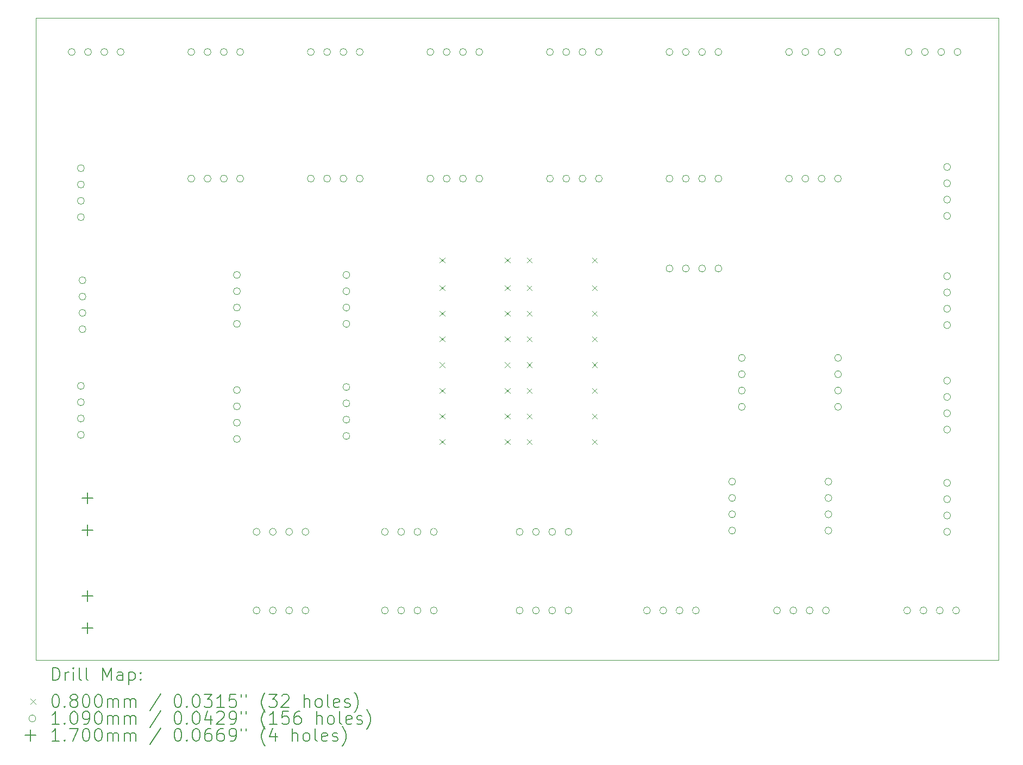
<source format=gbr>
%TF.GenerationSoftware,KiCad,Pcbnew,9.0.0*%
%TF.CreationDate,2025-03-17T11:10:39+01:00*%
%TF.ProjectId,FBG_PCB,4642475f-5043-4422-9e6b-696361645f70,rev?*%
%TF.SameCoordinates,Original*%
%TF.FileFunction,Drillmap*%
%TF.FilePolarity,Positive*%
%FSLAX45Y45*%
G04 Gerber Fmt 4.5, Leading zero omitted, Abs format (unit mm)*
G04 Created by KiCad (PCBNEW 9.0.0) date 2025-03-17 11:10:39*
%MOMM*%
%LPD*%
G01*
G04 APERTURE LIST*
%ADD10C,0.038100*%
%ADD11C,0.200000*%
%ADD12C,0.100000*%
%ADD13C,0.109000*%
%ADD14C,0.170000*%
G04 APERTURE END LIST*
D10*
X23000000Y20000000D02*
X38000000Y20000000D01*
X38000000Y10000000D01*
X23000000Y10000000D01*
X23000000Y20000000D01*
D11*
D12*
X29290000Y16270000D02*
X29370000Y16190000D01*
X29370000Y16270000D02*
X29290000Y16190000D01*
X29290000Y15840000D02*
X29370000Y15760000D01*
X29370000Y15840000D02*
X29290000Y15760000D01*
X29290000Y15440000D02*
X29370000Y15360000D01*
X29370000Y15440000D02*
X29290000Y15360000D01*
X29290000Y15040000D02*
X29370000Y14960000D01*
X29370000Y15040000D02*
X29290000Y14960000D01*
X29290000Y14640000D02*
X29370000Y14560000D01*
X29370000Y14640000D02*
X29290000Y14560000D01*
X29290000Y14240000D02*
X29370000Y14160000D01*
X29370000Y14240000D02*
X29290000Y14160000D01*
X29290000Y13840000D02*
X29370000Y13760000D01*
X29370000Y13840000D02*
X29290000Y13760000D01*
X29290000Y13440000D02*
X29370000Y13360000D01*
X29370000Y13440000D02*
X29290000Y13360000D01*
X30306000Y16270000D02*
X30386000Y16190000D01*
X30386000Y16270000D02*
X30306000Y16190000D01*
X30306000Y15840000D02*
X30386000Y15760000D01*
X30386000Y15840000D02*
X30306000Y15760000D01*
X30306000Y15440000D02*
X30386000Y15360000D01*
X30386000Y15440000D02*
X30306000Y15360000D01*
X30306000Y15040000D02*
X30386000Y14960000D01*
X30386000Y15040000D02*
X30306000Y14960000D01*
X30306000Y14640000D02*
X30386000Y14560000D01*
X30386000Y14640000D02*
X30306000Y14560000D01*
X30306000Y14240000D02*
X30386000Y14160000D01*
X30386000Y14240000D02*
X30306000Y14160000D01*
X30306000Y13840000D02*
X30386000Y13760000D01*
X30386000Y13840000D02*
X30306000Y13760000D01*
X30306000Y13440000D02*
X30386000Y13360000D01*
X30386000Y13440000D02*
X30306000Y13360000D01*
X30649000Y16270000D02*
X30729000Y16190000D01*
X30729000Y16270000D02*
X30649000Y16190000D01*
X30649000Y15840000D02*
X30729000Y15760000D01*
X30729000Y15840000D02*
X30649000Y15760000D01*
X30649000Y15440000D02*
X30729000Y15360000D01*
X30729000Y15440000D02*
X30649000Y15360000D01*
X30649000Y15040000D02*
X30729000Y14960000D01*
X30729000Y15040000D02*
X30649000Y14960000D01*
X30649000Y14640000D02*
X30729000Y14560000D01*
X30729000Y14640000D02*
X30649000Y14560000D01*
X30649000Y14240000D02*
X30729000Y14160000D01*
X30729000Y14240000D02*
X30649000Y14160000D01*
X30649000Y13840000D02*
X30729000Y13760000D01*
X30729000Y13840000D02*
X30649000Y13760000D01*
X30649000Y13440000D02*
X30729000Y13360000D01*
X30729000Y13440000D02*
X30649000Y13360000D01*
X31665000Y16270000D02*
X31745000Y16190000D01*
X31745000Y16270000D02*
X31665000Y16190000D01*
X31665000Y15840000D02*
X31745000Y15760000D01*
X31745000Y15840000D02*
X31665000Y15760000D01*
X31665000Y15440000D02*
X31745000Y15360000D01*
X31745000Y15440000D02*
X31665000Y15360000D01*
X31665000Y15040000D02*
X31745000Y14960000D01*
X31745000Y15040000D02*
X31665000Y14960000D01*
X31665000Y14640000D02*
X31745000Y14560000D01*
X31745000Y14640000D02*
X31665000Y14560000D01*
X31665000Y14240000D02*
X31745000Y14160000D01*
X31745000Y14240000D02*
X31665000Y14160000D01*
X31665000Y13840000D02*
X31745000Y13760000D01*
X31745000Y13840000D02*
X31665000Y13760000D01*
X31665000Y13440000D02*
X31745000Y13360000D01*
X31745000Y13440000D02*
X31665000Y13360000D01*
D13*
X23611500Y19471467D02*
G75*
G02*
X23502500Y19471467I-54500J0D01*
G01*
X23502500Y19471467D02*
G75*
G02*
X23611500Y19471467I54500J0D01*
G01*
X23754500Y17662000D02*
G75*
G02*
X23645500Y17662000I-54500J0D01*
G01*
X23645500Y17662000D02*
G75*
G02*
X23754500Y17662000I54500J0D01*
G01*
X23754500Y17408000D02*
G75*
G02*
X23645500Y17408000I-54500J0D01*
G01*
X23645500Y17408000D02*
G75*
G02*
X23754500Y17408000I54500J0D01*
G01*
X23754500Y17154000D02*
G75*
G02*
X23645500Y17154000I-54500J0D01*
G01*
X23645500Y17154000D02*
G75*
G02*
X23754500Y17154000I54500J0D01*
G01*
X23754500Y16900000D02*
G75*
G02*
X23645500Y16900000I-54500J0D01*
G01*
X23645500Y16900000D02*
G75*
G02*
X23754500Y16900000I54500J0D01*
G01*
X23754500Y14272250D02*
G75*
G02*
X23645500Y14272250I-54500J0D01*
G01*
X23645500Y14272250D02*
G75*
G02*
X23754500Y14272250I54500J0D01*
G01*
X23754500Y14018250D02*
G75*
G02*
X23645500Y14018250I-54500J0D01*
G01*
X23645500Y14018250D02*
G75*
G02*
X23754500Y14018250I54500J0D01*
G01*
X23754500Y13764250D02*
G75*
G02*
X23645500Y13764250I-54500J0D01*
G01*
X23645500Y13764250D02*
G75*
G02*
X23754500Y13764250I54500J0D01*
G01*
X23754500Y13510250D02*
G75*
G02*
X23645500Y13510250I-54500J0D01*
G01*
X23645500Y13510250D02*
G75*
G02*
X23754500Y13510250I54500J0D01*
G01*
X23779500Y15917125D02*
G75*
G02*
X23670500Y15917125I-54500J0D01*
G01*
X23670500Y15917125D02*
G75*
G02*
X23779500Y15917125I54500J0D01*
G01*
X23779500Y15663125D02*
G75*
G02*
X23670500Y15663125I-54500J0D01*
G01*
X23670500Y15663125D02*
G75*
G02*
X23779500Y15663125I54500J0D01*
G01*
X23779500Y15409125D02*
G75*
G02*
X23670500Y15409125I-54500J0D01*
G01*
X23670500Y15409125D02*
G75*
G02*
X23779500Y15409125I54500J0D01*
G01*
X23779500Y15155125D02*
G75*
G02*
X23670500Y15155125I-54500J0D01*
G01*
X23670500Y15155125D02*
G75*
G02*
X23779500Y15155125I54500J0D01*
G01*
X23865500Y19471467D02*
G75*
G02*
X23756500Y19471467I-54500J0D01*
G01*
X23756500Y19471467D02*
G75*
G02*
X23865500Y19471467I54500J0D01*
G01*
X24119500Y19471467D02*
G75*
G02*
X24010500Y19471467I-54500J0D01*
G01*
X24010500Y19471467D02*
G75*
G02*
X24119500Y19471467I54500J0D01*
G01*
X24373500Y19471467D02*
G75*
G02*
X24264500Y19471467I-54500J0D01*
G01*
X24264500Y19471467D02*
G75*
G02*
X24373500Y19471467I54500J0D01*
G01*
X25474786Y19471467D02*
G75*
G02*
X25365786Y19471467I-54500J0D01*
G01*
X25365786Y19471467D02*
G75*
G02*
X25474786Y19471467I54500J0D01*
G01*
X25474786Y17500000D02*
G75*
G02*
X25365786Y17500000I-54500J0D01*
G01*
X25365786Y17500000D02*
G75*
G02*
X25474786Y17500000I54500J0D01*
G01*
X25728786Y19471467D02*
G75*
G02*
X25619786Y19471467I-54500J0D01*
G01*
X25619786Y19471467D02*
G75*
G02*
X25728786Y19471467I54500J0D01*
G01*
X25728786Y17500000D02*
G75*
G02*
X25619786Y17500000I-54500J0D01*
G01*
X25619786Y17500000D02*
G75*
G02*
X25728786Y17500000I54500J0D01*
G01*
X25982786Y19471467D02*
G75*
G02*
X25873786Y19471467I-54500J0D01*
G01*
X25873786Y19471467D02*
G75*
G02*
X25982786Y19471467I54500J0D01*
G01*
X25982786Y17500000D02*
G75*
G02*
X25873786Y17500000I-54500J0D01*
G01*
X25873786Y17500000D02*
G75*
G02*
X25982786Y17500000I54500J0D01*
G01*
X26186500Y16000000D02*
G75*
G02*
X26077500Y16000000I-54500J0D01*
G01*
X26077500Y16000000D02*
G75*
G02*
X26186500Y16000000I54500J0D01*
G01*
X26186500Y15746000D02*
G75*
G02*
X26077500Y15746000I-54500J0D01*
G01*
X26077500Y15746000D02*
G75*
G02*
X26186500Y15746000I54500J0D01*
G01*
X26186500Y15492000D02*
G75*
G02*
X26077500Y15492000I-54500J0D01*
G01*
X26077500Y15492000D02*
G75*
G02*
X26186500Y15492000I54500J0D01*
G01*
X26186500Y15238000D02*
G75*
G02*
X26077500Y15238000I-54500J0D01*
G01*
X26077500Y15238000D02*
G75*
G02*
X26186500Y15238000I54500J0D01*
G01*
X26186500Y14208000D02*
G75*
G02*
X26077500Y14208000I-54500J0D01*
G01*
X26077500Y14208000D02*
G75*
G02*
X26186500Y14208000I54500J0D01*
G01*
X26186500Y13954000D02*
G75*
G02*
X26077500Y13954000I-54500J0D01*
G01*
X26077500Y13954000D02*
G75*
G02*
X26186500Y13954000I54500J0D01*
G01*
X26186500Y13700000D02*
G75*
G02*
X26077500Y13700000I-54500J0D01*
G01*
X26077500Y13700000D02*
G75*
G02*
X26186500Y13700000I54500J0D01*
G01*
X26186500Y13446000D02*
G75*
G02*
X26077500Y13446000I-54500J0D01*
G01*
X26077500Y13446000D02*
G75*
G02*
X26186500Y13446000I54500J0D01*
G01*
X26236786Y19471467D02*
G75*
G02*
X26127786Y19471467I-54500J0D01*
G01*
X26127786Y19471467D02*
G75*
G02*
X26236786Y19471467I54500J0D01*
G01*
X26236786Y17500000D02*
G75*
G02*
X26127786Y17500000I-54500J0D01*
G01*
X26127786Y17500000D02*
G75*
G02*
X26236786Y17500000I54500J0D01*
G01*
X26492500Y12000000D02*
G75*
G02*
X26383500Y12000000I-54500J0D01*
G01*
X26383500Y12000000D02*
G75*
G02*
X26492500Y12000000I54500J0D01*
G01*
X26492500Y10775000D02*
G75*
G02*
X26383500Y10775000I-54500J0D01*
G01*
X26383500Y10775000D02*
G75*
G02*
X26492500Y10775000I54500J0D01*
G01*
X26746500Y12000000D02*
G75*
G02*
X26637500Y12000000I-54500J0D01*
G01*
X26637500Y12000000D02*
G75*
G02*
X26746500Y12000000I54500J0D01*
G01*
X26746500Y10775000D02*
G75*
G02*
X26637500Y10775000I-54500J0D01*
G01*
X26637500Y10775000D02*
G75*
G02*
X26746500Y10775000I54500J0D01*
G01*
X27000500Y12000000D02*
G75*
G02*
X26891500Y12000000I-54500J0D01*
G01*
X26891500Y12000000D02*
G75*
G02*
X27000500Y12000000I54500J0D01*
G01*
X27000500Y10775000D02*
G75*
G02*
X26891500Y10775000I-54500J0D01*
G01*
X26891500Y10775000D02*
G75*
G02*
X27000500Y10775000I54500J0D01*
G01*
X27254500Y12000000D02*
G75*
G02*
X27145500Y12000000I-54500J0D01*
G01*
X27145500Y12000000D02*
G75*
G02*
X27254500Y12000000I54500J0D01*
G01*
X27254500Y10775000D02*
G75*
G02*
X27145500Y10775000I-54500J0D01*
G01*
X27145500Y10775000D02*
G75*
G02*
X27254500Y10775000I54500J0D01*
G01*
X27338071Y19471467D02*
G75*
G02*
X27229071Y19471467I-54500J0D01*
G01*
X27229071Y19471467D02*
G75*
G02*
X27338071Y19471467I54500J0D01*
G01*
X27338071Y17500000D02*
G75*
G02*
X27229071Y17500000I-54500J0D01*
G01*
X27229071Y17500000D02*
G75*
G02*
X27338071Y17500000I54500J0D01*
G01*
X27592071Y19471467D02*
G75*
G02*
X27483071Y19471467I-54500J0D01*
G01*
X27483071Y19471467D02*
G75*
G02*
X27592071Y19471467I54500J0D01*
G01*
X27592071Y17500000D02*
G75*
G02*
X27483071Y17500000I-54500J0D01*
G01*
X27483071Y17500000D02*
G75*
G02*
X27592071Y17500000I54500J0D01*
G01*
X27846071Y19471467D02*
G75*
G02*
X27737071Y19471467I-54500J0D01*
G01*
X27737071Y19471467D02*
G75*
G02*
X27846071Y19471467I54500J0D01*
G01*
X27846071Y17500000D02*
G75*
G02*
X27737071Y17500000I-54500J0D01*
G01*
X27737071Y17500000D02*
G75*
G02*
X27846071Y17500000I54500J0D01*
G01*
X27892500Y16000000D02*
G75*
G02*
X27783500Y16000000I-54500J0D01*
G01*
X27783500Y16000000D02*
G75*
G02*
X27892500Y16000000I54500J0D01*
G01*
X27892500Y15746000D02*
G75*
G02*
X27783500Y15746000I-54500J0D01*
G01*
X27783500Y15746000D02*
G75*
G02*
X27892500Y15746000I54500J0D01*
G01*
X27892500Y15492000D02*
G75*
G02*
X27783500Y15492000I-54500J0D01*
G01*
X27783500Y15492000D02*
G75*
G02*
X27892500Y15492000I54500J0D01*
G01*
X27892500Y15238000D02*
G75*
G02*
X27783500Y15238000I-54500J0D01*
G01*
X27783500Y15238000D02*
G75*
G02*
X27892500Y15238000I54500J0D01*
G01*
X27892500Y14254000D02*
G75*
G02*
X27783500Y14254000I-54500J0D01*
G01*
X27783500Y14254000D02*
G75*
G02*
X27892500Y14254000I54500J0D01*
G01*
X27892500Y14000000D02*
G75*
G02*
X27783500Y14000000I-54500J0D01*
G01*
X27783500Y14000000D02*
G75*
G02*
X27892500Y14000000I54500J0D01*
G01*
X27892500Y13746000D02*
G75*
G02*
X27783500Y13746000I-54500J0D01*
G01*
X27783500Y13746000D02*
G75*
G02*
X27892500Y13746000I54500J0D01*
G01*
X27892500Y13492000D02*
G75*
G02*
X27783500Y13492000I-54500J0D01*
G01*
X27783500Y13492000D02*
G75*
G02*
X27892500Y13492000I54500J0D01*
G01*
X28100071Y19471467D02*
G75*
G02*
X27991071Y19471467I-54500J0D01*
G01*
X27991071Y19471467D02*
G75*
G02*
X28100071Y19471467I54500J0D01*
G01*
X28100071Y17500000D02*
G75*
G02*
X27991071Y17500000I-54500J0D01*
G01*
X27991071Y17500000D02*
G75*
G02*
X28100071Y17500000I54500J0D01*
G01*
X28492500Y12000000D02*
G75*
G02*
X28383500Y12000000I-54500J0D01*
G01*
X28383500Y12000000D02*
G75*
G02*
X28492500Y12000000I54500J0D01*
G01*
X28492500Y10775000D02*
G75*
G02*
X28383500Y10775000I-54500J0D01*
G01*
X28383500Y10775000D02*
G75*
G02*
X28492500Y10775000I54500J0D01*
G01*
X28746500Y12000000D02*
G75*
G02*
X28637500Y12000000I-54500J0D01*
G01*
X28637500Y12000000D02*
G75*
G02*
X28746500Y12000000I54500J0D01*
G01*
X28746500Y10775000D02*
G75*
G02*
X28637500Y10775000I-54500J0D01*
G01*
X28637500Y10775000D02*
G75*
G02*
X28746500Y10775000I54500J0D01*
G01*
X29000500Y12000000D02*
G75*
G02*
X28891500Y12000000I-54500J0D01*
G01*
X28891500Y12000000D02*
G75*
G02*
X29000500Y12000000I54500J0D01*
G01*
X29000500Y10775000D02*
G75*
G02*
X28891500Y10775000I-54500J0D01*
G01*
X28891500Y10775000D02*
G75*
G02*
X29000500Y10775000I54500J0D01*
G01*
X29201357Y19471467D02*
G75*
G02*
X29092357Y19471467I-54500J0D01*
G01*
X29092357Y19471467D02*
G75*
G02*
X29201357Y19471467I54500J0D01*
G01*
X29201357Y17500000D02*
G75*
G02*
X29092357Y17500000I-54500J0D01*
G01*
X29092357Y17500000D02*
G75*
G02*
X29201357Y17500000I54500J0D01*
G01*
X29254500Y12000000D02*
G75*
G02*
X29145500Y12000000I-54500J0D01*
G01*
X29145500Y12000000D02*
G75*
G02*
X29254500Y12000000I54500J0D01*
G01*
X29254500Y10775000D02*
G75*
G02*
X29145500Y10775000I-54500J0D01*
G01*
X29145500Y10775000D02*
G75*
G02*
X29254500Y10775000I54500J0D01*
G01*
X29455357Y19471467D02*
G75*
G02*
X29346357Y19471467I-54500J0D01*
G01*
X29346357Y19471467D02*
G75*
G02*
X29455357Y19471467I54500J0D01*
G01*
X29455357Y17500000D02*
G75*
G02*
X29346357Y17500000I-54500J0D01*
G01*
X29346357Y17500000D02*
G75*
G02*
X29455357Y17500000I54500J0D01*
G01*
X29709357Y19471467D02*
G75*
G02*
X29600357Y19471467I-54500J0D01*
G01*
X29600357Y19471467D02*
G75*
G02*
X29709357Y19471467I54500J0D01*
G01*
X29709357Y17500000D02*
G75*
G02*
X29600357Y17500000I-54500J0D01*
G01*
X29600357Y17500000D02*
G75*
G02*
X29709357Y17500000I54500J0D01*
G01*
X29963357Y19471467D02*
G75*
G02*
X29854357Y19471467I-54500J0D01*
G01*
X29854357Y19471467D02*
G75*
G02*
X29963357Y19471467I54500J0D01*
G01*
X29963357Y17500000D02*
G75*
G02*
X29854357Y17500000I-54500J0D01*
G01*
X29854357Y17500000D02*
G75*
G02*
X29963357Y17500000I54500J0D01*
G01*
X30592500Y12000000D02*
G75*
G02*
X30483500Y12000000I-54500J0D01*
G01*
X30483500Y12000000D02*
G75*
G02*
X30592500Y12000000I54500J0D01*
G01*
X30592500Y10775000D02*
G75*
G02*
X30483500Y10775000I-54500J0D01*
G01*
X30483500Y10775000D02*
G75*
G02*
X30592500Y10775000I54500J0D01*
G01*
X30846500Y12000000D02*
G75*
G02*
X30737500Y12000000I-54500J0D01*
G01*
X30737500Y12000000D02*
G75*
G02*
X30846500Y12000000I54500J0D01*
G01*
X30846500Y10775000D02*
G75*
G02*
X30737500Y10775000I-54500J0D01*
G01*
X30737500Y10775000D02*
G75*
G02*
X30846500Y10775000I54500J0D01*
G01*
X31064643Y19471467D02*
G75*
G02*
X30955643Y19471467I-54500J0D01*
G01*
X30955643Y19471467D02*
G75*
G02*
X31064643Y19471467I54500J0D01*
G01*
X31064643Y17500000D02*
G75*
G02*
X30955643Y17500000I-54500J0D01*
G01*
X30955643Y17500000D02*
G75*
G02*
X31064643Y17500000I54500J0D01*
G01*
X31100500Y12000000D02*
G75*
G02*
X30991500Y12000000I-54500J0D01*
G01*
X30991500Y12000000D02*
G75*
G02*
X31100500Y12000000I54500J0D01*
G01*
X31100500Y10775000D02*
G75*
G02*
X30991500Y10775000I-54500J0D01*
G01*
X30991500Y10775000D02*
G75*
G02*
X31100500Y10775000I54500J0D01*
G01*
X31318643Y19471467D02*
G75*
G02*
X31209643Y19471467I-54500J0D01*
G01*
X31209643Y19471467D02*
G75*
G02*
X31318643Y19471467I54500J0D01*
G01*
X31318643Y17500000D02*
G75*
G02*
X31209643Y17500000I-54500J0D01*
G01*
X31209643Y17500000D02*
G75*
G02*
X31318643Y17500000I54500J0D01*
G01*
X31354500Y12000000D02*
G75*
G02*
X31245500Y12000000I-54500J0D01*
G01*
X31245500Y12000000D02*
G75*
G02*
X31354500Y12000000I54500J0D01*
G01*
X31354500Y10775000D02*
G75*
G02*
X31245500Y10775000I-54500J0D01*
G01*
X31245500Y10775000D02*
G75*
G02*
X31354500Y10775000I54500J0D01*
G01*
X31572643Y19471467D02*
G75*
G02*
X31463643Y19471467I-54500J0D01*
G01*
X31463643Y19471467D02*
G75*
G02*
X31572643Y19471467I54500J0D01*
G01*
X31572643Y17500000D02*
G75*
G02*
X31463643Y17500000I-54500J0D01*
G01*
X31463643Y17500000D02*
G75*
G02*
X31572643Y17500000I54500J0D01*
G01*
X31826643Y19471467D02*
G75*
G02*
X31717643Y19471467I-54500J0D01*
G01*
X31717643Y19471467D02*
G75*
G02*
X31826643Y19471467I54500J0D01*
G01*
X31826643Y17500000D02*
G75*
G02*
X31717643Y17500000I-54500J0D01*
G01*
X31717643Y17500000D02*
G75*
G02*
X31826643Y17500000I54500J0D01*
G01*
X32575900Y10775000D02*
G75*
G02*
X32466900Y10775000I-54500J0D01*
G01*
X32466900Y10775000D02*
G75*
G02*
X32575900Y10775000I54500J0D01*
G01*
X32829900Y10775000D02*
G75*
G02*
X32720900Y10775000I-54500J0D01*
G01*
X32720900Y10775000D02*
G75*
G02*
X32829900Y10775000I54500J0D01*
G01*
X32927929Y19471467D02*
G75*
G02*
X32818929Y19471467I-54500J0D01*
G01*
X32818929Y19471467D02*
G75*
G02*
X32927929Y19471467I54500J0D01*
G01*
X32927929Y17500000D02*
G75*
G02*
X32818929Y17500000I-54500J0D01*
G01*
X32818929Y17500000D02*
G75*
G02*
X32927929Y17500000I54500J0D01*
G01*
X32927929Y16100000D02*
G75*
G02*
X32818929Y16100000I-54500J0D01*
G01*
X32818929Y16100000D02*
G75*
G02*
X32927929Y16100000I54500J0D01*
G01*
X33083900Y10775000D02*
G75*
G02*
X32974900Y10775000I-54500J0D01*
G01*
X32974900Y10775000D02*
G75*
G02*
X33083900Y10775000I54500J0D01*
G01*
X33181929Y19471467D02*
G75*
G02*
X33072929Y19471467I-54500J0D01*
G01*
X33072929Y19471467D02*
G75*
G02*
X33181929Y19471467I54500J0D01*
G01*
X33181929Y17500000D02*
G75*
G02*
X33072929Y17500000I-54500J0D01*
G01*
X33072929Y17500000D02*
G75*
G02*
X33181929Y17500000I54500J0D01*
G01*
X33181929Y16100000D02*
G75*
G02*
X33072929Y16100000I-54500J0D01*
G01*
X33072929Y16100000D02*
G75*
G02*
X33181929Y16100000I54500J0D01*
G01*
X33337900Y10775000D02*
G75*
G02*
X33228900Y10775000I-54500J0D01*
G01*
X33228900Y10775000D02*
G75*
G02*
X33337900Y10775000I54500J0D01*
G01*
X33435929Y19471467D02*
G75*
G02*
X33326929Y19471467I-54500J0D01*
G01*
X33326929Y19471467D02*
G75*
G02*
X33435929Y19471467I54500J0D01*
G01*
X33435929Y17500000D02*
G75*
G02*
X33326929Y17500000I-54500J0D01*
G01*
X33326929Y17500000D02*
G75*
G02*
X33435929Y17500000I54500J0D01*
G01*
X33435929Y16100000D02*
G75*
G02*
X33326929Y16100000I-54500J0D01*
G01*
X33326929Y16100000D02*
G75*
G02*
X33435929Y16100000I54500J0D01*
G01*
X33689929Y19471467D02*
G75*
G02*
X33580929Y19471467I-54500J0D01*
G01*
X33580929Y19471467D02*
G75*
G02*
X33689929Y19471467I54500J0D01*
G01*
X33689929Y17500000D02*
G75*
G02*
X33580929Y17500000I-54500J0D01*
G01*
X33580929Y17500000D02*
G75*
G02*
X33689929Y17500000I54500J0D01*
G01*
X33689929Y16100000D02*
G75*
G02*
X33580929Y16100000I-54500J0D01*
G01*
X33580929Y16100000D02*
G75*
G02*
X33689929Y16100000I54500J0D01*
G01*
X33904500Y12781000D02*
G75*
G02*
X33795500Y12781000I-54500J0D01*
G01*
X33795500Y12781000D02*
G75*
G02*
X33904500Y12781000I54500J0D01*
G01*
X33904500Y12527000D02*
G75*
G02*
X33795500Y12527000I-54500J0D01*
G01*
X33795500Y12527000D02*
G75*
G02*
X33904500Y12527000I54500J0D01*
G01*
X33904500Y12273000D02*
G75*
G02*
X33795500Y12273000I-54500J0D01*
G01*
X33795500Y12273000D02*
G75*
G02*
X33904500Y12273000I54500J0D01*
G01*
X33904500Y12019000D02*
G75*
G02*
X33795500Y12019000I-54500J0D01*
G01*
X33795500Y12019000D02*
G75*
G02*
X33904500Y12019000I54500J0D01*
G01*
X34054500Y14708000D02*
G75*
G02*
X33945500Y14708000I-54500J0D01*
G01*
X33945500Y14708000D02*
G75*
G02*
X34054500Y14708000I54500J0D01*
G01*
X34054500Y14454000D02*
G75*
G02*
X33945500Y14454000I-54500J0D01*
G01*
X33945500Y14454000D02*
G75*
G02*
X34054500Y14454000I54500J0D01*
G01*
X34054500Y14200000D02*
G75*
G02*
X33945500Y14200000I-54500J0D01*
G01*
X33945500Y14200000D02*
G75*
G02*
X34054500Y14200000I54500J0D01*
G01*
X34054500Y13946000D02*
G75*
G02*
X33945500Y13946000I-54500J0D01*
G01*
X33945500Y13946000D02*
G75*
G02*
X34054500Y13946000I54500J0D01*
G01*
X34603700Y10775000D02*
G75*
G02*
X34494700Y10775000I-54500J0D01*
G01*
X34494700Y10775000D02*
G75*
G02*
X34603700Y10775000I54500J0D01*
G01*
X34791214Y19471467D02*
G75*
G02*
X34682214Y19471467I-54500J0D01*
G01*
X34682214Y19471467D02*
G75*
G02*
X34791214Y19471467I54500J0D01*
G01*
X34791214Y17500000D02*
G75*
G02*
X34682214Y17500000I-54500J0D01*
G01*
X34682214Y17500000D02*
G75*
G02*
X34791214Y17500000I54500J0D01*
G01*
X34857700Y10775000D02*
G75*
G02*
X34748700Y10775000I-54500J0D01*
G01*
X34748700Y10775000D02*
G75*
G02*
X34857700Y10775000I54500J0D01*
G01*
X35045214Y19471467D02*
G75*
G02*
X34936214Y19471467I-54500J0D01*
G01*
X34936214Y19471467D02*
G75*
G02*
X35045214Y19471467I54500J0D01*
G01*
X35045214Y17500000D02*
G75*
G02*
X34936214Y17500000I-54500J0D01*
G01*
X34936214Y17500000D02*
G75*
G02*
X35045214Y17500000I54500J0D01*
G01*
X35111700Y10775000D02*
G75*
G02*
X35002700Y10775000I-54500J0D01*
G01*
X35002700Y10775000D02*
G75*
G02*
X35111700Y10775000I54500J0D01*
G01*
X35299214Y19471467D02*
G75*
G02*
X35190214Y19471467I-54500J0D01*
G01*
X35190214Y19471467D02*
G75*
G02*
X35299214Y19471467I54500J0D01*
G01*
X35299214Y17500000D02*
G75*
G02*
X35190214Y17500000I-54500J0D01*
G01*
X35190214Y17500000D02*
G75*
G02*
X35299214Y17500000I54500J0D01*
G01*
X35365700Y10775000D02*
G75*
G02*
X35256700Y10775000I-54500J0D01*
G01*
X35256700Y10775000D02*
G75*
G02*
X35365700Y10775000I54500J0D01*
G01*
X35404500Y12781000D02*
G75*
G02*
X35295500Y12781000I-54500J0D01*
G01*
X35295500Y12781000D02*
G75*
G02*
X35404500Y12781000I54500J0D01*
G01*
X35404500Y12527000D02*
G75*
G02*
X35295500Y12527000I-54500J0D01*
G01*
X35295500Y12527000D02*
G75*
G02*
X35404500Y12527000I54500J0D01*
G01*
X35404500Y12273000D02*
G75*
G02*
X35295500Y12273000I-54500J0D01*
G01*
X35295500Y12273000D02*
G75*
G02*
X35404500Y12273000I54500J0D01*
G01*
X35404500Y12019000D02*
G75*
G02*
X35295500Y12019000I-54500J0D01*
G01*
X35295500Y12019000D02*
G75*
G02*
X35404500Y12019000I54500J0D01*
G01*
X35553214Y19471467D02*
G75*
G02*
X35444214Y19471467I-54500J0D01*
G01*
X35444214Y19471467D02*
G75*
G02*
X35553214Y19471467I54500J0D01*
G01*
X35553214Y17500000D02*
G75*
G02*
X35444214Y17500000I-54500J0D01*
G01*
X35444214Y17500000D02*
G75*
G02*
X35553214Y17500000I54500J0D01*
G01*
X35554500Y14708000D02*
G75*
G02*
X35445500Y14708000I-54500J0D01*
G01*
X35445500Y14708000D02*
G75*
G02*
X35554500Y14708000I54500J0D01*
G01*
X35554500Y14454000D02*
G75*
G02*
X35445500Y14454000I-54500J0D01*
G01*
X35445500Y14454000D02*
G75*
G02*
X35554500Y14454000I54500J0D01*
G01*
X35554500Y14200000D02*
G75*
G02*
X35445500Y14200000I-54500J0D01*
G01*
X35445500Y14200000D02*
G75*
G02*
X35554500Y14200000I54500J0D01*
G01*
X35554500Y13946000D02*
G75*
G02*
X35445500Y13946000I-54500J0D01*
G01*
X35445500Y13946000D02*
G75*
G02*
X35554500Y13946000I54500J0D01*
G01*
X36631500Y10775000D02*
G75*
G02*
X36522500Y10775000I-54500J0D01*
G01*
X36522500Y10775000D02*
G75*
G02*
X36631500Y10775000I54500J0D01*
G01*
X36654500Y19471467D02*
G75*
G02*
X36545500Y19471467I-54500J0D01*
G01*
X36545500Y19471467D02*
G75*
G02*
X36654500Y19471467I54500J0D01*
G01*
X36885500Y10775000D02*
G75*
G02*
X36776500Y10775000I-54500J0D01*
G01*
X36776500Y10775000D02*
G75*
G02*
X36885500Y10775000I54500J0D01*
G01*
X36908500Y19471467D02*
G75*
G02*
X36799500Y19471467I-54500J0D01*
G01*
X36799500Y19471467D02*
G75*
G02*
X36908500Y19471467I54500J0D01*
G01*
X37139500Y10775000D02*
G75*
G02*
X37030500Y10775000I-54500J0D01*
G01*
X37030500Y10775000D02*
G75*
G02*
X37139500Y10775000I54500J0D01*
G01*
X37162500Y19471467D02*
G75*
G02*
X37053500Y19471467I-54500J0D01*
G01*
X37053500Y19471467D02*
G75*
G02*
X37162500Y19471467I54500J0D01*
G01*
X37254500Y17681000D02*
G75*
G02*
X37145500Y17681000I-54500J0D01*
G01*
X37145500Y17681000D02*
G75*
G02*
X37254500Y17681000I54500J0D01*
G01*
X37254500Y17427000D02*
G75*
G02*
X37145500Y17427000I-54500J0D01*
G01*
X37145500Y17427000D02*
G75*
G02*
X37254500Y17427000I54500J0D01*
G01*
X37254500Y17173000D02*
G75*
G02*
X37145500Y17173000I-54500J0D01*
G01*
X37145500Y17173000D02*
G75*
G02*
X37254500Y17173000I54500J0D01*
G01*
X37254500Y16919000D02*
G75*
G02*
X37145500Y16919000I-54500J0D01*
G01*
X37145500Y16919000D02*
G75*
G02*
X37254500Y16919000I54500J0D01*
G01*
X37254500Y15981000D02*
G75*
G02*
X37145500Y15981000I-54500J0D01*
G01*
X37145500Y15981000D02*
G75*
G02*
X37254500Y15981000I54500J0D01*
G01*
X37254500Y15727000D02*
G75*
G02*
X37145500Y15727000I-54500J0D01*
G01*
X37145500Y15727000D02*
G75*
G02*
X37254500Y15727000I54500J0D01*
G01*
X37254500Y15473000D02*
G75*
G02*
X37145500Y15473000I-54500J0D01*
G01*
X37145500Y15473000D02*
G75*
G02*
X37254500Y15473000I54500J0D01*
G01*
X37254500Y15219000D02*
G75*
G02*
X37145500Y15219000I-54500J0D01*
G01*
X37145500Y15219000D02*
G75*
G02*
X37254500Y15219000I54500J0D01*
G01*
X37254500Y14354000D02*
G75*
G02*
X37145500Y14354000I-54500J0D01*
G01*
X37145500Y14354000D02*
G75*
G02*
X37254500Y14354000I54500J0D01*
G01*
X37254500Y14100000D02*
G75*
G02*
X37145500Y14100000I-54500J0D01*
G01*
X37145500Y14100000D02*
G75*
G02*
X37254500Y14100000I54500J0D01*
G01*
X37254500Y13846000D02*
G75*
G02*
X37145500Y13846000I-54500J0D01*
G01*
X37145500Y13846000D02*
G75*
G02*
X37254500Y13846000I54500J0D01*
G01*
X37254500Y13592000D02*
G75*
G02*
X37145500Y13592000I-54500J0D01*
G01*
X37145500Y13592000D02*
G75*
G02*
X37254500Y13592000I54500J0D01*
G01*
X37254500Y12762000D02*
G75*
G02*
X37145500Y12762000I-54500J0D01*
G01*
X37145500Y12762000D02*
G75*
G02*
X37254500Y12762000I54500J0D01*
G01*
X37254500Y12508000D02*
G75*
G02*
X37145500Y12508000I-54500J0D01*
G01*
X37145500Y12508000D02*
G75*
G02*
X37254500Y12508000I54500J0D01*
G01*
X37254500Y12254000D02*
G75*
G02*
X37145500Y12254000I-54500J0D01*
G01*
X37145500Y12254000D02*
G75*
G02*
X37254500Y12254000I54500J0D01*
G01*
X37254500Y12000000D02*
G75*
G02*
X37145500Y12000000I-54500J0D01*
G01*
X37145500Y12000000D02*
G75*
G02*
X37254500Y12000000I54500J0D01*
G01*
X37393500Y10775000D02*
G75*
G02*
X37284500Y10775000I-54500J0D01*
G01*
X37284500Y10775000D02*
G75*
G02*
X37393500Y10775000I54500J0D01*
G01*
X37416500Y19471467D02*
G75*
G02*
X37307500Y19471467I-54500J0D01*
G01*
X37307500Y19471467D02*
G75*
G02*
X37416500Y19471467I54500J0D01*
G01*
D14*
X23800000Y12612375D02*
X23800000Y12442375D01*
X23715000Y12527375D02*
X23885000Y12527375D01*
X23800000Y12112375D02*
X23800000Y11942375D01*
X23715000Y12027375D02*
X23885000Y12027375D01*
X23800000Y11085000D02*
X23800000Y10915000D01*
X23715000Y11000000D02*
X23885000Y11000000D01*
X23800000Y10585000D02*
X23800000Y10415000D01*
X23715000Y10500000D02*
X23885000Y10500000D01*
D11*
X23258872Y9686611D02*
X23258872Y9886611D01*
X23258872Y9886611D02*
X23306491Y9886611D01*
X23306491Y9886611D02*
X23335062Y9877087D01*
X23335062Y9877087D02*
X23354110Y9858040D01*
X23354110Y9858040D02*
X23363634Y9838992D01*
X23363634Y9838992D02*
X23373157Y9800897D01*
X23373157Y9800897D02*
X23373157Y9772325D01*
X23373157Y9772325D02*
X23363634Y9734230D01*
X23363634Y9734230D02*
X23354110Y9715183D01*
X23354110Y9715183D02*
X23335062Y9696135D01*
X23335062Y9696135D02*
X23306491Y9686611D01*
X23306491Y9686611D02*
X23258872Y9686611D01*
X23458872Y9686611D02*
X23458872Y9819945D01*
X23458872Y9781849D02*
X23468396Y9800897D01*
X23468396Y9800897D02*
X23477919Y9810421D01*
X23477919Y9810421D02*
X23496967Y9819945D01*
X23496967Y9819945D02*
X23516015Y9819945D01*
X23582681Y9686611D02*
X23582681Y9819945D01*
X23582681Y9886611D02*
X23573157Y9877087D01*
X23573157Y9877087D02*
X23582681Y9867564D01*
X23582681Y9867564D02*
X23592205Y9877087D01*
X23592205Y9877087D02*
X23582681Y9886611D01*
X23582681Y9886611D02*
X23582681Y9867564D01*
X23706491Y9686611D02*
X23687443Y9696135D01*
X23687443Y9696135D02*
X23677919Y9715183D01*
X23677919Y9715183D02*
X23677919Y9886611D01*
X23811253Y9686611D02*
X23792205Y9696135D01*
X23792205Y9696135D02*
X23782681Y9715183D01*
X23782681Y9715183D02*
X23782681Y9886611D01*
X24039824Y9686611D02*
X24039824Y9886611D01*
X24039824Y9886611D02*
X24106491Y9743754D01*
X24106491Y9743754D02*
X24173157Y9886611D01*
X24173157Y9886611D02*
X24173157Y9686611D01*
X24354110Y9686611D02*
X24354110Y9791373D01*
X24354110Y9791373D02*
X24344586Y9810421D01*
X24344586Y9810421D02*
X24325538Y9819945D01*
X24325538Y9819945D02*
X24287443Y9819945D01*
X24287443Y9819945D02*
X24268396Y9810421D01*
X24354110Y9696135D02*
X24335062Y9686611D01*
X24335062Y9686611D02*
X24287443Y9686611D01*
X24287443Y9686611D02*
X24268396Y9696135D01*
X24268396Y9696135D02*
X24258872Y9715183D01*
X24258872Y9715183D02*
X24258872Y9734230D01*
X24258872Y9734230D02*
X24268396Y9753278D01*
X24268396Y9753278D02*
X24287443Y9762802D01*
X24287443Y9762802D02*
X24335062Y9762802D01*
X24335062Y9762802D02*
X24354110Y9772325D01*
X24449348Y9819945D02*
X24449348Y9619945D01*
X24449348Y9810421D02*
X24468396Y9819945D01*
X24468396Y9819945D02*
X24506491Y9819945D01*
X24506491Y9819945D02*
X24525538Y9810421D01*
X24525538Y9810421D02*
X24535062Y9800897D01*
X24535062Y9800897D02*
X24544586Y9781849D01*
X24544586Y9781849D02*
X24544586Y9724706D01*
X24544586Y9724706D02*
X24535062Y9705659D01*
X24535062Y9705659D02*
X24525538Y9696135D01*
X24525538Y9696135D02*
X24506491Y9686611D01*
X24506491Y9686611D02*
X24468396Y9686611D01*
X24468396Y9686611D02*
X24449348Y9696135D01*
X24630300Y9705659D02*
X24639824Y9696135D01*
X24639824Y9696135D02*
X24630300Y9686611D01*
X24630300Y9686611D02*
X24620777Y9696135D01*
X24620777Y9696135D02*
X24630300Y9705659D01*
X24630300Y9705659D02*
X24630300Y9686611D01*
X24630300Y9810421D02*
X24639824Y9800897D01*
X24639824Y9800897D02*
X24630300Y9791373D01*
X24630300Y9791373D02*
X24620777Y9800897D01*
X24620777Y9800897D02*
X24630300Y9810421D01*
X24630300Y9810421D02*
X24630300Y9791373D01*
D12*
X22918095Y9398095D02*
X22998095Y9318095D01*
X22998095Y9398095D02*
X22918095Y9318095D01*
D11*
X23296967Y9466611D02*
X23316015Y9466611D01*
X23316015Y9466611D02*
X23335062Y9457087D01*
X23335062Y9457087D02*
X23344586Y9447564D01*
X23344586Y9447564D02*
X23354110Y9428516D01*
X23354110Y9428516D02*
X23363634Y9390421D01*
X23363634Y9390421D02*
X23363634Y9342802D01*
X23363634Y9342802D02*
X23354110Y9304706D01*
X23354110Y9304706D02*
X23344586Y9285659D01*
X23344586Y9285659D02*
X23335062Y9276135D01*
X23335062Y9276135D02*
X23316015Y9266611D01*
X23316015Y9266611D02*
X23296967Y9266611D01*
X23296967Y9266611D02*
X23277919Y9276135D01*
X23277919Y9276135D02*
X23268396Y9285659D01*
X23268396Y9285659D02*
X23258872Y9304706D01*
X23258872Y9304706D02*
X23249348Y9342802D01*
X23249348Y9342802D02*
X23249348Y9390421D01*
X23249348Y9390421D02*
X23258872Y9428516D01*
X23258872Y9428516D02*
X23268396Y9447564D01*
X23268396Y9447564D02*
X23277919Y9457087D01*
X23277919Y9457087D02*
X23296967Y9466611D01*
X23449348Y9285659D02*
X23458872Y9276135D01*
X23458872Y9276135D02*
X23449348Y9266611D01*
X23449348Y9266611D02*
X23439824Y9276135D01*
X23439824Y9276135D02*
X23449348Y9285659D01*
X23449348Y9285659D02*
X23449348Y9266611D01*
X23573157Y9380897D02*
X23554110Y9390421D01*
X23554110Y9390421D02*
X23544586Y9399945D01*
X23544586Y9399945D02*
X23535062Y9418992D01*
X23535062Y9418992D02*
X23535062Y9428516D01*
X23535062Y9428516D02*
X23544586Y9447564D01*
X23544586Y9447564D02*
X23554110Y9457087D01*
X23554110Y9457087D02*
X23573157Y9466611D01*
X23573157Y9466611D02*
X23611253Y9466611D01*
X23611253Y9466611D02*
X23630300Y9457087D01*
X23630300Y9457087D02*
X23639824Y9447564D01*
X23639824Y9447564D02*
X23649348Y9428516D01*
X23649348Y9428516D02*
X23649348Y9418992D01*
X23649348Y9418992D02*
X23639824Y9399945D01*
X23639824Y9399945D02*
X23630300Y9390421D01*
X23630300Y9390421D02*
X23611253Y9380897D01*
X23611253Y9380897D02*
X23573157Y9380897D01*
X23573157Y9380897D02*
X23554110Y9371373D01*
X23554110Y9371373D02*
X23544586Y9361849D01*
X23544586Y9361849D02*
X23535062Y9342802D01*
X23535062Y9342802D02*
X23535062Y9304706D01*
X23535062Y9304706D02*
X23544586Y9285659D01*
X23544586Y9285659D02*
X23554110Y9276135D01*
X23554110Y9276135D02*
X23573157Y9266611D01*
X23573157Y9266611D02*
X23611253Y9266611D01*
X23611253Y9266611D02*
X23630300Y9276135D01*
X23630300Y9276135D02*
X23639824Y9285659D01*
X23639824Y9285659D02*
X23649348Y9304706D01*
X23649348Y9304706D02*
X23649348Y9342802D01*
X23649348Y9342802D02*
X23639824Y9361849D01*
X23639824Y9361849D02*
X23630300Y9371373D01*
X23630300Y9371373D02*
X23611253Y9380897D01*
X23773157Y9466611D02*
X23792205Y9466611D01*
X23792205Y9466611D02*
X23811253Y9457087D01*
X23811253Y9457087D02*
X23820777Y9447564D01*
X23820777Y9447564D02*
X23830300Y9428516D01*
X23830300Y9428516D02*
X23839824Y9390421D01*
X23839824Y9390421D02*
X23839824Y9342802D01*
X23839824Y9342802D02*
X23830300Y9304706D01*
X23830300Y9304706D02*
X23820777Y9285659D01*
X23820777Y9285659D02*
X23811253Y9276135D01*
X23811253Y9276135D02*
X23792205Y9266611D01*
X23792205Y9266611D02*
X23773157Y9266611D01*
X23773157Y9266611D02*
X23754110Y9276135D01*
X23754110Y9276135D02*
X23744586Y9285659D01*
X23744586Y9285659D02*
X23735062Y9304706D01*
X23735062Y9304706D02*
X23725538Y9342802D01*
X23725538Y9342802D02*
X23725538Y9390421D01*
X23725538Y9390421D02*
X23735062Y9428516D01*
X23735062Y9428516D02*
X23744586Y9447564D01*
X23744586Y9447564D02*
X23754110Y9457087D01*
X23754110Y9457087D02*
X23773157Y9466611D01*
X23963634Y9466611D02*
X23982681Y9466611D01*
X23982681Y9466611D02*
X24001729Y9457087D01*
X24001729Y9457087D02*
X24011253Y9447564D01*
X24011253Y9447564D02*
X24020777Y9428516D01*
X24020777Y9428516D02*
X24030300Y9390421D01*
X24030300Y9390421D02*
X24030300Y9342802D01*
X24030300Y9342802D02*
X24020777Y9304706D01*
X24020777Y9304706D02*
X24011253Y9285659D01*
X24011253Y9285659D02*
X24001729Y9276135D01*
X24001729Y9276135D02*
X23982681Y9266611D01*
X23982681Y9266611D02*
X23963634Y9266611D01*
X23963634Y9266611D02*
X23944586Y9276135D01*
X23944586Y9276135D02*
X23935062Y9285659D01*
X23935062Y9285659D02*
X23925538Y9304706D01*
X23925538Y9304706D02*
X23916015Y9342802D01*
X23916015Y9342802D02*
X23916015Y9390421D01*
X23916015Y9390421D02*
X23925538Y9428516D01*
X23925538Y9428516D02*
X23935062Y9447564D01*
X23935062Y9447564D02*
X23944586Y9457087D01*
X23944586Y9457087D02*
X23963634Y9466611D01*
X24116015Y9266611D02*
X24116015Y9399945D01*
X24116015Y9380897D02*
X24125538Y9390421D01*
X24125538Y9390421D02*
X24144586Y9399945D01*
X24144586Y9399945D02*
X24173158Y9399945D01*
X24173158Y9399945D02*
X24192205Y9390421D01*
X24192205Y9390421D02*
X24201729Y9371373D01*
X24201729Y9371373D02*
X24201729Y9266611D01*
X24201729Y9371373D02*
X24211253Y9390421D01*
X24211253Y9390421D02*
X24230300Y9399945D01*
X24230300Y9399945D02*
X24258872Y9399945D01*
X24258872Y9399945D02*
X24277919Y9390421D01*
X24277919Y9390421D02*
X24287443Y9371373D01*
X24287443Y9371373D02*
X24287443Y9266611D01*
X24382681Y9266611D02*
X24382681Y9399945D01*
X24382681Y9380897D02*
X24392205Y9390421D01*
X24392205Y9390421D02*
X24411253Y9399945D01*
X24411253Y9399945D02*
X24439824Y9399945D01*
X24439824Y9399945D02*
X24458872Y9390421D01*
X24458872Y9390421D02*
X24468396Y9371373D01*
X24468396Y9371373D02*
X24468396Y9266611D01*
X24468396Y9371373D02*
X24477919Y9390421D01*
X24477919Y9390421D02*
X24496967Y9399945D01*
X24496967Y9399945D02*
X24525538Y9399945D01*
X24525538Y9399945D02*
X24544586Y9390421D01*
X24544586Y9390421D02*
X24554110Y9371373D01*
X24554110Y9371373D02*
X24554110Y9266611D01*
X24944586Y9476135D02*
X24773158Y9218992D01*
X25201729Y9466611D02*
X25220777Y9466611D01*
X25220777Y9466611D02*
X25239824Y9457087D01*
X25239824Y9457087D02*
X25249348Y9447564D01*
X25249348Y9447564D02*
X25258872Y9428516D01*
X25258872Y9428516D02*
X25268396Y9390421D01*
X25268396Y9390421D02*
X25268396Y9342802D01*
X25268396Y9342802D02*
X25258872Y9304706D01*
X25258872Y9304706D02*
X25249348Y9285659D01*
X25249348Y9285659D02*
X25239824Y9276135D01*
X25239824Y9276135D02*
X25220777Y9266611D01*
X25220777Y9266611D02*
X25201729Y9266611D01*
X25201729Y9266611D02*
X25182681Y9276135D01*
X25182681Y9276135D02*
X25173158Y9285659D01*
X25173158Y9285659D02*
X25163634Y9304706D01*
X25163634Y9304706D02*
X25154110Y9342802D01*
X25154110Y9342802D02*
X25154110Y9390421D01*
X25154110Y9390421D02*
X25163634Y9428516D01*
X25163634Y9428516D02*
X25173158Y9447564D01*
X25173158Y9447564D02*
X25182681Y9457087D01*
X25182681Y9457087D02*
X25201729Y9466611D01*
X25354110Y9285659D02*
X25363634Y9276135D01*
X25363634Y9276135D02*
X25354110Y9266611D01*
X25354110Y9266611D02*
X25344586Y9276135D01*
X25344586Y9276135D02*
X25354110Y9285659D01*
X25354110Y9285659D02*
X25354110Y9266611D01*
X25487443Y9466611D02*
X25506491Y9466611D01*
X25506491Y9466611D02*
X25525539Y9457087D01*
X25525539Y9457087D02*
X25535062Y9447564D01*
X25535062Y9447564D02*
X25544586Y9428516D01*
X25544586Y9428516D02*
X25554110Y9390421D01*
X25554110Y9390421D02*
X25554110Y9342802D01*
X25554110Y9342802D02*
X25544586Y9304706D01*
X25544586Y9304706D02*
X25535062Y9285659D01*
X25535062Y9285659D02*
X25525539Y9276135D01*
X25525539Y9276135D02*
X25506491Y9266611D01*
X25506491Y9266611D02*
X25487443Y9266611D01*
X25487443Y9266611D02*
X25468396Y9276135D01*
X25468396Y9276135D02*
X25458872Y9285659D01*
X25458872Y9285659D02*
X25449348Y9304706D01*
X25449348Y9304706D02*
X25439824Y9342802D01*
X25439824Y9342802D02*
X25439824Y9390421D01*
X25439824Y9390421D02*
X25449348Y9428516D01*
X25449348Y9428516D02*
X25458872Y9447564D01*
X25458872Y9447564D02*
X25468396Y9457087D01*
X25468396Y9457087D02*
X25487443Y9466611D01*
X25620777Y9466611D02*
X25744586Y9466611D01*
X25744586Y9466611D02*
X25677920Y9390421D01*
X25677920Y9390421D02*
X25706491Y9390421D01*
X25706491Y9390421D02*
X25725539Y9380897D01*
X25725539Y9380897D02*
X25735062Y9371373D01*
X25735062Y9371373D02*
X25744586Y9352325D01*
X25744586Y9352325D02*
X25744586Y9304706D01*
X25744586Y9304706D02*
X25735062Y9285659D01*
X25735062Y9285659D02*
X25725539Y9276135D01*
X25725539Y9276135D02*
X25706491Y9266611D01*
X25706491Y9266611D02*
X25649348Y9266611D01*
X25649348Y9266611D02*
X25630301Y9276135D01*
X25630301Y9276135D02*
X25620777Y9285659D01*
X25935062Y9266611D02*
X25820777Y9266611D01*
X25877920Y9266611D02*
X25877920Y9466611D01*
X25877920Y9466611D02*
X25858872Y9438040D01*
X25858872Y9438040D02*
X25839824Y9418992D01*
X25839824Y9418992D02*
X25820777Y9409468D01*
X26116015Y9466611D02*
X26020777Y9466611D01*
X26020777Y9466611D02*
X26011253Y9371373D01*
X26011253Y9371373D02*
X26020777Y9380897D01*
X26020777Y9380897D02*
X26039824Y9390421D01*
X26039824Y9390421D02*
X26087443Y9390421D01*
X26087443Y9390421D02*
X26106491Y9380897D01*
X26106491Y9380897D02*
X26116015Y9371373D01*
X26116015Y9371373D02*
X26125539Y9352325D01*
X26125539Y9352325D02*
X26125539Y9304706D01*
X26125539Y9304706D02*
X26116015Y9285659D01*
X26116015Y9285659D02*
X26106491Y9276135D01*
X26106491Y9276135D02*
X26087443Y9266611D01*
X26087443Y9266611D02*
X26039824Y9266611D01*
X26039824Y9266611D02*
X26020777Y9276135D01*
X26020777Y9276135D02*
X26011253Y9285659D01*
X26201729Y9466611D02*
X26201729Y9428516D01*
X26277920Y9466611D02*
X26277920Y9428516D01*
X26573158Y9190421D02*
X26563634Y9199945D01*
X26563634Y9199945D02*
X26544586Y9228516D01*
X26544586Y9228516D02*
X26535063Y9247564D01*
X26535063Y9247564D02*
X26525539Y9276135D01*
X26525539Y9276135D02*
X26516015Y9323754D01*
X26516015Y9323754D02*
X26516015Y9361849D01*
X26516015Y9361849D02*
X26525539Y9409468D01*
X26525539Y9409468D02*
X26535063Y9438040D01*
X26535063Y9438040D02*
X26544586Y9457087D01*
X26544586Y9457087D02*
X26563634Y9485659D01*
X26563634Y9485659D02*
X26573158Y9495183D01*
X26630301Y9466611D02*
X26754110Y9466611D01*
X26754110Y9466611D02*
X26687443Y9390421D01*
X26687443Y9390421D02*
X26716015Y9390421D01*
X26716015Y9390421D02*
X26735063Y9380897D01*
X26735063Y9380897D02*
X26744586Y9371373D01*
X26744586Y9371373D02*
X26754110Y9352325D01*
X26754110Y9352325D02*
X26754110Y9304706D01*
X26754110Y9304706D02*
X26744586Y9285659D01*
X26744586Y9285659D02*
X26735063Y9276135D01*
X26735063Y9276135D02*
X26716015Y9266611D01*
X26716015Y9266611D02*
X26658872Y9266611D01*
X26658872Y9266611D02*
X26639824Y9276135D01*
X26639824Y9276135D02*
X26630301Y9285659D01*
X26830301Y9447564D02*
X26839824Y9457087D01*
X26839824Y9457087D02*
X26858872Y9466611D01*
X26858872Y9466611D02*
X26906491Y9466611D01*
X26906491Y9466611D02*
X26925539Y9457087D01*
X26925539Y9457087D02*
X26935063Y9447564D01*
X26935063Y9447564D02*
X26944586Y9428516D01*
X26944586Y9428516D02*
X26944586Y9409468D01*
X26944586Y9409468D02*
X26935063Y9380897D01*
X26935063Y9380897D02*
X26820777Y9266611D01*
X26820777Y9266611D02*
X26944586Y9266611D01*
X27182682Y9266611D02*
X27182682Y9466611D01*
X27268396Y9266611D02*
X27268396Y9371373D01*
X27268396Y9371373D02*
X27258872Y9390421D01*
X27258872Y9390421D02*
X27239825Y9399945D01*
X27239825Y9399945D02*
X27211253Y9399945D01*
X27211253Y9399945D02*
X27192205Y9390421D01*
X27192205Y9390421D02*
X27182682Y9380897D01*
X27392205Y9266611D02*
X27373158Y9276135D01*
X27373158Y9276135D02*
X27363634Y9285659D01*
X27363634Y9285659D02*
X27354110Y9304706D01*
X27354110Y9304706D02*
X27354110Y9361849D01*
X27354110Y9361849D02*
X27363634Y9380897D01*
X27363634Y9380897D02*
X27373158Y9390421D01*
X27373158Y9390421D02*
X27392205Y9399945D01*
X27392205Y9399945D02*
X27420777Y9399945D01*
X27420777Y9399945D02*
X27439825Y9390421D01*
X27439825Y9390421D02*
X27449348Y9380897D01*
X27449348Y9380897D02*
X27458872Y9361849D01*
X27458872Y9361849D02*
X27458872Y9304706D01*
X27458872Y9304706D02*
X27449348Y9285659D01*
X27449348Y9285659D02*
X27439825Y9276135D01*
X27439825Y9276135D02*
X27420777Y9266611D01*
X27420777Y9266611D02*
X27392205Y9266611D01*
X27573158Y9266611D02*
X27554110Y9276135D01*
X27554110Y9276135D02*
X27544586Y9295183D01*
X27544586Y9295183D02*
X27544586Y9466611D01*
X27725539Y9276135D02*
X27706491Y9266611D01*
X27706491Y9266611D02*
X27668396Y9266611D01*
X27668396Y9266611D02*
X27649348Y9276135D01*
X27649348Y9276135D02*
X27639825Y9295183D01*
X27639825Y9295183D02*
X27639825Y9371373D01*
X27639825Y9371373D02*
X27649348Y9390421D01*
X27649348Y9390421D02*
X27668396Y9399945D01*
X27668396Y9399945D02*
X27706491Y9399945D01*
X27706491Y9399945D02*
X27725539Y9390421D01*
X27725539Y9390421D02*
X27735063Y9371373D01*
X27735063Y9371373D02*
X27735063Y9352325D01*
X27735063Y9352325D02*
X27639825Y9333278D01*
X27811253Y9276135D02*
X27830301Y9266611D01*
X27830301Y9266611D02*
X27868396Y9266611D01*
X27868396Y9266611D02*
X27887444Y9276135D01*
X27887444Y9276135D02*
X27896967Y9295183D01*
X27896967Y9295183D02*
X27896967Y9304706D01*
X27896967Y9304706D02*
X27887444Y9323754D01*
X27887444Y9323754D02*
X27868396Y9333278D01*
X27868396Y9333278D02*
X27839825Y9333278D01*
X27839825Y9333278D02*
X27820777Y9342802D01*
X27820777Y9342802D02*
X27811253Y9361849D01*
X27811253Y9361849D02*
X27811253Y9371373D01*
X27811253Y9371373D02*
X27820777Y9390421D01*
X27820777Y9390421D02*
X27839825Y9399945D01*
X27839825Y9399945D02*
X27868396Y9399945D01*
X27868396Y9399945D02*
X27887444Y9390421D01*
X27963634Y9190421D02*
X27973158Y9199945D01*
X27973158Y9199945D02*
X27992206Y9228516D01*
X27992206Y9228516D02*
X28001729Y9247564D01*
X28001729Y9247564D02*
X28011253Y9276135D01*
X28011253Y9276135D02*
X28020777Y9323754D01*
X28020777Y9323754D02*
X28020777Y9361849D01*
X28020777Y9361849D02*
X28011253Y9409468D01*
X28011253Y9409468D02*
X28001729Y9438040D01*
X28001729Y9438040D02*
X27992206Y9457087D01*
X27992206Y9457087D02*
X27973158Y9485659D01*
X27973158Y9485659D02*
X27963634Y9495183D01*
D13*
X22998095Y9094095D02*
G75*
G02*
X22889095Y9094095I-54500J0D01*
G01*
X22889095Y9094095D02*
G75*
G02*
X22998095Y9094095I54500J0D01*
G01*
D11*
X23363634Y9002611D02*
X23249348Y9002611D01*
X23306491Y9002611D02*
X23306491Y9202611D01*
X23306491Y9202611D02*
X23287443Y9174040D01*
X23287443Y9174040D02*
X23268396Y9154992D01*
X23268396Y9154992D02*
X23249348Y9145468D01*
X23449348Y9021659D02*
X23458872Y9012135D01*
X23458872Y9012135D02*
X23449348Y9002611D01*
X23449348Y9002611D02*
X23439824Y9012135D01*
X23439824Y9012135D02*
X23449348Y9021659D01*
X23449348Y9021659D02*
X23449348Y9002611D01*
X23582681Y9202611D02*
X23601729Y9202611D01*
X23601729Y9202611D02*
X23620777Y9193087D01*
X23620777Y9193087D02*
X23630300Y9183564D01*
X23630300Y9183564D02*
X23639824Y9164516D01*
X23639824Y9164516D02*
X23649348Y9126421D01*
X23649348Y9126421D02*
X23649348Y9078802D01*
X23649348Y9078802D02*
X23639824Y9040706D01*
X23639824Y9040706D02*
X23630300Y9021659D01*
X23630300Y9021659D02*
X23620777Y9012135D01*
X23620777Y9012135D02*
X23601729Y9002611D01*
X23601729Y9002611D02*
X23582681Y9002611D01*
X23582681Y9002611D02*
X23563634Y9012135D01*
X23563634Y9012135D02*
X23554110Y9021659D01*
X23554110Y9021659D02*
X23544586Y9040706D01*
X23544586Y9040706D02*
X23535062Y9078802D01*
X23535062Y9078802D02*
X23535062Y9126421D01*
X23535062Y9126421D02*
X23544586Y9164516D01*
X23544586Y9164516D02*
X23554110Y9183564D01*
X23554110Y9183564D02*
X23563634Y9193087D01*
X23563634Y9193087D02*
X23582681Y9202611D01*
X23744586Y9002611D02*
X23782681Y9002611D01*
X23782681Y9002611D02*
X23801729Y9012135D01*
X23801729Y9012135D02*
X23811253Y9021659D01*
X23811253Y9021659D02*
X23830300Y9050230D01*
X23830300Y9050230D02*
X23839824Y9088325D01*
X23839824Y9088325D02*
X23839824Y9164516D01*
X23839824Y9164516D02*
X23830300Y9183564D01*
X23830300Y9183564D02*
X23820777Y9193087D01*
X23820777Y9193087D02*
X23801729Y9202611D01*
X23801729Y9202611D02*
X23763634Y9202611D01*
X23763634Y9202611D02*
X23744586Y9193087D01*
X23744586Y9193087D02*
X23735062Y9183564D01*
X23735062Y9183564D02*
X23725538Y9164516D01*
X23725538Y9164516D02*
X23725538Y9116897D01*
X23725538Y9116897D02*
X23735062Y9097849D01*
X23735062Y9097849D02*
X23744586Y9088325D01*
X23744586Y9088325D02*
X23763634Y9078802D01*
X23763634Y9078802D02*
X23801729Y9078802D01*
X23801729Y9078802D02*
X23820777Y9088325D01*
X23820777Y9088325D02*
X23830300Y9097849D01*
X23830300Y9097849D02*
X23839824Y9116897D01*
X23963634Y9202611D02*
X23982681Y9202611D01*
X23982681Y9202611D02*
X24001729Y9193087D01*
X24001729Y9193087D02*
X24011253Y9183564D01*
X24011253Y9183564D02*
X24020777Y9164516D01*
X24020777Y9164516D02*
X24030300Y9126421D01*
X24030300Y9126421D02*
X24030300Y9078802D01*
X24030300Y9078802D02*
X24020777Y9040706D01*
X24020777Y9040706D02*
X24011253Y9021659D01*
X24011253Y9021659D02*
X24001729Y9012135D01*
X24001729Y9012135D02*
X23982681Y9002611D01*
X23982681Y9002611D02*
X23963634Y9002611D01*
X23963634Y9002611D02*
X23944586Y9012135D01*
X23944586Y9012135D02*
X23935062Y9021659D01*
X23935062Y9021659D02*
X23925538Y9040706D01*
X23925538Y9040706D02*
X23916015Y9078802D01*
X23916015Y9078802D02*
X23916015Y9126421D01*
X23916015Y9126421D02*
X23925538Y9164516D01*
X23925538Y9164516D02*
X23935062Y9183564D01*
X23935062Y9183564D02*
X23944586Y9193087D01*
X23944586Y9193087D02*
X23963634Y9202611D01*
X24116015Y9002611D02*
X24116015Y9135945D01*
X24116015Y9116897D02*
X24125538Y9126421D01*
X24125538Y9126421D02*
X24144586Y9135945D01*
X24144586Y9135945D02*
X24173158Y9135945D01*
X24173158Y9135945D02*
X24192205Y9126421D01*
X24192205Y9126421D02*
X24201729Y9107373D01*
X24201729Y9107373D02*
X24201729Y9002611D01*
X24201729Y9107373D02*
X24211253Y9126421D01*
X24211253Y9126421D02*
X24230300Y9135945D01*
X24230300Y9135945D02*
X24258872Y9135945D01*
X24258872Y9135945D02*
X24277919Y9126421D01*
X24277919Y9126421D02*
X24287443Y9107373D01*
X24287443Y9107373D02*
X24287443Y9002611D01*
X24382681Y9002611D02*
X24382681Y9135945D01*
X24382681Y9116897D02*
X24392205Y9126421D01*
X24392205Y9126421D02*
X24411253Y9135945D01*
X24411253Y9135945D02*
X24439824Y9135945D01*
X24439824Y9135945D02*
X24458872Y9126421D01*
X24458872Y9126421D02*
X24468396Y9107373D01*
X24468396Y9107373D02*
X24468396Y9002611D01*
X24468396Y9107373D02*
X24477919Y9126421D01*
X24477919Y9126421D02*
X24496967Y9135945D01*
X24496967Y9135945D02*
X24525538Y9135945D01*
X24525538Y9135945D02*
X24544586Y9126421D01*
X24544586Y9126421D02*
X24554110Y9107373D01*
X24554110Y9107373D02*
X24554110Y9002611D01*
X24944586Y9212135D02*
X24773158Y8954992D01*
X25201729Y9202611D02*
X25220777Y9202611D01*
X25220777Y9202611D02*
X25239824Y9193087D01*
X25239824Y9193087D02*
X25249348Y9183564D01*
X25249348Y9183564D02*
X25258872Y9164516D01*
X25258872Y9164516D02*
X25268396Y9126421D01*
X25268396Y9126421D02*
X25268396Y9078802D01*
X25268396Y9078802D02*
X25258872Y9040706D01*
X25258872Y9040706D02*
X25249348Y9021659D01*
X25249348Y9021659D02*
X25239824Y9012135D01*
X25239824Y9012135D02*
X25220777Y9002611D01*
X25220777Y9002611D02*
X25201729Y9002611D01*
X25201729Y9002611D02*
X25182681Y9012135D01*
X25182681Y9012135D02*
X25173158Y9021659D01*
X25173158Y9021659D02*
X25163634Y9040706D01*
X25163634Y9040706D02*
X25154110Y9078802D01*
X25154110Y9078802D02*
X25154110Y9126421D01*
X25154110Y9126421D02*
X25163634Y9164516D01*
X25163634Y9164516D02*
X25173158Y9183564D01*
X25173158Y9183564D02*
X25182681Y9193087D01*
X25182681Y9193087D02*
X25201729Y9202611D01*
X25354110Y9021659D02*
X25363634Y9012135D01*
X25363634Y9012135D02*
X25354110Y9002611D01*
X25354110Y9002611D02*
X25344586Y9012135D01*
X25344586Y9012135D02*
X25354110Y9021659D01*
X25354110Y9021659D02*
X25354110Y9002611D01*
X25487443Y9202611D02*
X25506491Y9202611D01*
X25506491Y9202611D02*
X25525539Y9193087D01*
X25525539Y9193087D02*
X25535062Y9183564D01*
X25535062Y9183564D02*
X25544586Y9164516D01*
X25544586Y9164516D02*
X25554110Y9126421D01*
X25554110Y9126421D02*
X25554110Y9078802D01*
X25554110Y9078802D02*
X25544586Y9040706D01*
X25544586Y9040706D02*
X25535062Y9021659D01*
X25535062Y9021659D02*
X25525539Y9012135D01*
X25525539Y9012135D02*
X25506491Y9002611D01*
X25506491Y9002611D02*
X25487443Y9002611D01*
X25487443Y9002611D02*
X25468396Y9012135D01*
X25468396Y9012135D02*
X25458872Y9021659D01*
X25458872Y9021659D02*
X25449348Y9040706D01*
X25449348Y9040706D02*
X25439824Y9078802D01*
X25439824Y9078802D02*
X25439824Y9126421D01*
X25439824Y9126421D02*
X25449348Y9164516D01*
X25449348Y9164516D02*
X25458872Y9183564D01*
X25458872Y9183564D02*
X25468396Y9193087D01*
X25468396Y9193087D02*
X25487443Y9202611D01*
X25725539Y9135945D02*
X25725539Y9002611D01*
X25677920Y9212135D02*
X25630301Y9069278D01*
X25630301Y9069278D02*
X25754110Y9069278D01*
X25820777Y9183564D02*
X25830301Y9193087D01*
X25830301Y9193087D02*
X25849348Y9202611D01*
X25849348Y9202611D02*
X25896967Y9202611D01*
X25896967Y9202611D02*
X25916015Y9193087D01*
X25916015Y9193087D02*
X25925539Y9183564D01*
X25925539Y9183564D02*
X25935062Y9164516D01*
X25935062Y9164516D02*
X25935062Y9145468D01*
X25935062Y9145468D02*
X25925539Y9116897D01*
X25925539Y9116897D02*
X25811253Y9002611D01*
X25811253Y9002611D02*
X25935062Y9002611D01*
X26030301Y9002611D02*
X26068396Y9002611D01*
X26068396Y9002611D02*
X26087443Y9012135D01*
X26087443Y9012135D02*
X26096967Y9021659D01*
X26096967Y9021659D02*
X26116015Y9050230D01*
X26116015Y9050230D02*
X26125539Y9088325D01*
X26125539Y9088325D02*
X26125539Y9164516D01*
X26125539Y9164516D02*
X26116015Y9183564D01*
X26116015Y9183564D02*
X26106491Y9193087D01*
X26106491Y9193087D02*
X26087443Y9202611D01*
X26087443Y9202611D02*
X26049348Y9202611D01*
X26049348Y9202611D02*
X26030301Y9193087D01*
X26030301Y9193087D02*
X26020777Y9183564D01*
X26020777Y9183564D02*
X26011253Y9164516D01*
X26011253Y9164516D02*
X26011253Y9116897D01*
X26011253Y9116897D02*
X26020777Y9097849D01*
X26020777Y9097849D02*
X26030301Y9088325D01*
X26030301Y9088325D02*
X26049348Y9078802D01*
X26049348Y9078802D02*
X26087443Y9078802D01*
X26087443Y9078802D02*
X26106491Y9088325D01*
X26106491Y9088325D02*
X26116015Y9097849D01*
X26116015Y9097849D02*
X26125539Y9116897D01*
X26201729Y9202611D02*
X26201729Y9164516D01*
X26277920Y9202611D02*
X26277920Y9164516D01*
X26573158Y8926421D02*
X26563634Y8935945D01*
X26563634Y8935945D02*
X26544586Y8964516D01*
X26544586Y8964516D02*
X26535063Y8983564D01*
X26535063Y8983564D02*
X26525539Y9012135D01*
X26525539Y9012135D02*
X26516015Y9059754D01*
X26516015Y9059754D02*
X26516015Y9097849D01*
X26516015Y9097849D02*
X26525539Y9145468D01*
X26525539Y9145468D02*
X26535063Y9174040D01*
X26535063Y9174040D02*
X26544586Y9193087D01*
X26544586Y9193087D02*
X26563634Y9221659D01*
X26563634Y9221659D02*
X26573158Y9231183D01*
X26754110Y9002611D02*
X26639824Y9002611D01*
X26696967Y9002611D02*
X26696967Y9202611D01*
X26696967Y9202611D02*
X26677920Y9174040D01*
X26677920Y9174040D02*
X26658872Y9154992D01*
X26658872Y9154992D02*
X26639824Y9145468D01*
X26935063Y9202611D02*
X26839824Y9202611D01*
X26839824Y9202611D02*
X26830301Y9107373D01*
X26830301Y9107373D02*
X26839824Y9116897D01*
X26839824Y9116897D02*
X26858872Y9126421D01*
X26858872Y9126421D02*
X26906491Y9126421D01*
X26906491Y9126421D02*
X26925539Y9116897D01*
X26925539Y9116897D02*
X26935063Y9107373D01*
X26935063Y9107373D02*
X26944586Y9088325D01*
X26944586Y9088325D02*
X26944586Y9040706D01*
X26944586Y9040706D02*
X26935063Y9021659D01*
X26935063Y9021659D02*
X26925539Y9012135D01*
X26925539Y9012135D02*
X26906491Y9002611D01*
X26906491Y9002611D02*
X26858872Y9002611D01*
X26858872Y9002611D02*
X26839824Y9012135D01*
X26839824Y9012135D02*
X26830301Y9021659D01*
X27116015Y9202611D02*
X27077920Y9202611D01*
X27077920Y9202611D02*
X27058872Y9193087D01*
X27058872Y9193087D02*
X27049348Y9183564D01*
X27049348Y9183564D02*
X27030301Y9154992D01*
X27030301Y9154992D02*
X27020777Y9116897D01*
X27020777Y9116897D02*
X27020777Y9040706D01*
X27020777Y9040706D02*
X27030301Y9021659D01*
X27030301Y9021659D02*
X27039824Y9012135D01*
X27039824Y9012135D02*
X27058872Y9002611D01*
X27058872Y9002611D02*
X27096967Y9002611D01*
X27096967Y9002611D02*
X27116015Y9012135D01*
X27116015Y9012135D02*
X27125539Y9021659D01*
X27125539Y9021659D02*
X27135063Y9040706D01*
X27135063Y9040706D02*
X27135063Y9088325D01*
X27135063Y9088325D02*
X27125539Y9107373D01*
X27125539Y9107373D02*
X27116015Y9116897D01*
X27116015Y9116897D02*
X27096967Y9126421D01*
X27096967Y9126421D02*
X27058872Y9126421D01*
X27058872Y9126421D02*
X27039824Y9116897D01*
X27039824Y9116897D02*
X27030301Y9107373D01*
X27030301Y9107373D02*
X27020777Y9088325D01*
X27373158Y9002611D02*
X27373158Y9202611D01*
X27458872Y9002611D02*
X27458872Y9107373D01*
X27458872Y9107373D02*
X27449348Y9126421D01*
X27449348Y9126421D02*
X27430301Y9135945D01*
X27430301Y9135945D02*
X27401729Y9135945D01*
X27401729Y9135945D02*
X27382682Y9126421D01*
X27382682Y9126421D02*
X27373158Y9116897D01*
X27582682Y9002611D02*
X27563634Y9012135D01*
X27563634Y9012135D02*
X27554110Y9021659D01*
X27554110Y9021659D02*
X27544586Y9040706D01*
X27544586Y9040706D02*
X27544586Y9097849D01*
X27544586Y9097849D02*
X27554110Y9116897D01*
X27554110Y9116897D02*
X27563634Y9126421D01*
X27563634Y9126421D02*
X27582682Y9135945D01*
X27582682Y9135945D02*
X27611253Y9135945D01*
X27611253Y9135945D02*
X27630301Y9126421D01*
X27630301Y9126421D02*
X27639825Y9116897D01*
X27639825Y9116897D02*
X27649348Y9097849D01*
X27649348Y9097849D02*
X27649348Y9040706D01*
X27649348Y9040706D02*
X27639825Y9021659D01*
X27639825Y9021659D02*
X27630301Y9012135D01*
X27630301Y9012135D02*
X27611253Y9002611D01*
X27611253Y9002611D02*
X27582682Y9002611D01*
X27763634Y9002611D02*
X27744586Y9012135D01*
X27744586Y9012135D02*
X27735063Y9031183D01*
X27735063Y9031183D02*
X27735063Y9202611D01*
X27916015Y9012135D02*
X27896967Y9002611D01*
X27896967Y9002611D02*
X27858872Y9002611D01*
X27858872Y9002611D02*
X27839825Y9012135D01*
X27839825Y9012135D02*
X27830301Y9031183D01*
X27830301Y9031183D02*
X27830301Y9107373D01*
X27830301Y9107373D02*
X27839825Y9126421D01*
X27839825Y9126421D02*
X27858872Y9135945D01*
X27858872Y9135945D02*
X27896967Y9135945D01*
X27896967Y9135945D02*
X27916015Y9126421D01*
X27916015Y9126421D02*
X27925539Y9107373D01*
X27925539Y9107373D02*
X27925539Y9088325D01*
X27925539Y9088325D02*
X27830301Y9069278D01*
X28001729Y9012135D02*
X28020777Y9002611D01*
X28020777Y9002611D02*
X28058872Y9002611D01*
X28058872Y9002611D02*
X28077920Y9012135D01*
X28077920Y9012135D02*
X28087444Y9031183D01*
X28087444Y9031183D02*
X28087444Y9040706D01*
X28087444Y9040706D02*
X28077920Y9059754D01*
X28077920Y9059754D02*
X28058872Y9069278D01*
X28058872Y9069278D02*
X28030301Y9069278D01*
X28030301Y9069278D02*
X28011253Y9078802D01*
X28011253Y9078802D02*
X28001729Y9097849D01*
X28001729Y9097849D02*
X28001729Y9107373D01*
X28001729Y9107373D02*
X28011253Y9126421D01*
X28011253Y9126421D02*
X28030301Y9135945D01*
X28030301Y9135945D02*
X28058872Y9135945D01*
X28058872Y9135945D02*
X28077920Y9126421D01*
X28154110Y8926421D02*
X28163634Y8935945D01*
X28163634Y8935945D02*
X28182682Y8964516D01*
X28182682Y8964516D02*
X28192206Y8983564D01*
X28192206Y8983564D02*
X28201729Y9012135D01*
X28201729Y9012135D02*
X28211253Y9059754D01*
X28211253Y9059754D02*
X28211253Y9097849D01*
X28211253Y9097849D02*
X28201729Y9145468D01*
X28201729Y9145468D02*
X28192206Y9174040D01*
X28192206Y9174040D02*
X28182682Y9193087D01*
X28182682Y9193087D02*
X28163634Y9221659D01*
X28163634Y9221659D02*
X28154110Y9231183D01*
D14*
X22913095Y8915095D02*
X22913095Y8745095D01*
X22828095Y8830095D02*
X22998095Y8830095D01*
D11*
X23363634Y8738611D02*
X23249348Y8738611D01*
X23306491Y8738611D02*
X23306491Y8938611D01*
X23306491Y8938611D02*
X23287443Y8910040D01*
X23287443Y8910040D02*
X23268396Y8890992D01*
X23268396Y8890992D02*
X23249348Y8881468D01*
X23449348Y8757659D02*
X23458872Y8748135D01*
X23458872Y8748135D02*
X23449348Y8738611D01*
X23449348Y8738611D02*
X23439824Y8748135D01*
X23439824Y8748135D02*
X23449348Y8757659D01*
X23449348Y8757659D02*
X23449348Y8738611D01*
X23525538Y8938611D02*
X23658872Y8938611D01*
X23658872Y8938611D02*
X23573157Y8738611D01*
X23773157Y8938611D02*
X23792205Y8938611D01*
X23792205Y8938611D02*
X23811253Y8929087D01*
X23811253Y8929087D02*
X23820777Y8919564D01*
X23820777Y8919564D02*
X23830300Y8900516D01*
X23830300Y8900516D02*
X23839824Y8862421D01*
X23839824Y8862421D02*
X23839824Y8814802D01*
X23839824Y8814802D02*
X23830300Y8776706D01*
X23830300Y8776706D02*
X23820777Y8757659D01*
X23820777Y8757659D02*
X23811253Y8748135D01*
X23811253Y8748135D02*
X23792205Y8738611D01*
X23792205Y8738611D02*
X23773157Y8738611D01*
X23773157Y8738611D02*
X23754110Y8748135D01*
X23754110Y8748135D02*
X23744586Y8757659D01*
X23744586Y8757659D02*
X23735062Y8776706D01*
X23735062Y8776706D02*
X23725538Y8814802D01*
X23725538Y8814802D02*
X23725538Y8862421D01*
X23725538Y8862421D02*
X23735062Y8900516D01*
X23735062Y8900516D02*
X23744586Y8919564D01*
X23744586Y8919564D02*
X23754110Y8929087D01*
X23754110Y8929087D02*
X23773157Y8938611D01*
X23963634Y8938611D02*
X23982681Y8938611D01*
X23982681Y8938611D02*
X24001729Y8929087D01*
X24001729Y8929087D02*
X24011253Y8919564D01*
X24011253Y8919564D02*
X24020777Y8900516D01*
X24020777Y8900516D02*
X24030300Y8862421D01*
X24030300Y8862421D02*
X24030300Y8814802D01*
X24030300Y8814802D02*
X24020777Y8776706D01*
X24020777Y8776706D02*
X24011253Y8757659D01*
X24011253Y8757659D02*
X24001729Y8748135D01*
X24001729Y8748135D02*
X23982681Y8738611D01*
X23982681Y8738611D02*
X23963634Y8738611D01*
X23963634Y8738611D02*
X23944586Y8748135D01*
X23944586Y8748135D02*
X23935062Y8757659D01*
X23935062Y8757659D02*
X23925538Y8776706D01*
X23925538Y8776706D02*
X23916015Y8814802D01*
X23916015Y8814802D02*
X23916015Y8862421D01*
X23916015Y8862421D02*
X23925538Y8900516D01*
X23925538Y8900516D02*
X23935062Y8919564D01*
X23935062Y8919564D02*
X23944586Y8929087D01*
X23944586Y8929087D02*
X23963634Y8938611D01*
X24116015Y8738611D02*
X24116015Y8871945D01*
X24116015Y8852897D02*
X24125538Y8862421D01*
X24125538Y8862421D02*
X24144586Y8871945D01*
X24144586Y8871945D02*
X24173158Y8871945D01*
X24173158Y8871945D02*
X24192205Y8862421D01*
X24192205Y8862421D02*
X24201729Y8843373D01*
X24201729Y8843373D02*
X24201729Y8738611D01*
X24201729Y8843373D02*
X24211253Y8862421D01*
X24211253Y8862421D02*
X24230300Y8871945D01*
X24230300Y8871945D02*
X24258872Y8871945D01*
X24258872Y8871945D02*
X24277919Y8862421D01*
X24277919Y8862421D02*
X24287443Y8843373D01*
X24287443Y8843373D02*
X24287443Y8738611D01*
X24382681Y8738611D02*
X24382681Y8871945D01*
X24382681Y8852897D02*
X24392205Y8862421D01*
X24392205Y8862421D02*
X24411253Y8871945D01*
X24411253Y8871945D02*
X24439824Y8871945D01*
X24439824Y8871945D02*
X24458872Y8862421D01*
X24458872Y8862421D02*
X24468396Y8843373D01*
X24468396Y8843373D02*
X24468396Y8738611D01*
X24468396Y8843373D02*
X24477919Y8862421D01*
X24477919Y8862421D02*
X24496967Y8871945D01*
X24496967Y8871945D02*
X24525538Y8871945D01*
X24525538Y8871945D02*
X24544586Y8862421D01*
X24544586Y8862421D02*
X24554110Y8843373D01*
X24554110Y8843373D02*
X24554110Y8738611D01*
X24944586Y8948135D02*
X24773158Y8690992D01*
X25201729Y8938611D02*
X25220777Y8938611D01*
X25220777Y8938611D02*
X25239824Y8929087D01*
X25239824Y8929087D02*
X25249348Y8919564D01*
X25249348Y8919564D02*
X25258872Y8900516D01*
X25258872Y8900516D02*
X25268396Y8862421D01*
X25268396Y8862421D02*
X25268396Y8814802D01*
X25268396Y8814802D02*
X25258872Y8776706D01*
X25258872Y8776706D02*
X25249348Y8757659D01*
X25249348Y8757659D02*
X25239824Y8748135D01*
X25239824Y8748135D02*
X25220777Y8738611D01*
X25220777Y8738611D02*
X25201729Y8738611D01*
X25201729Y8738611D02*
X25182681Y8748135D01*
X25182681Y8748135D02*
X25173158Y8757659D01*
X25173158Y8757659D02*
X25163634Y8776706D01*
X25163634Y8776706D02*
X25154110Y8814802D01*
X25154110Y8814802D02*
X25154110Y8862421D01*
X25154110Y8862421D02*
X25163634Y8900516D01*
X25163634Y8900516D02*
X25173158Y8919564D01*
X25173158Y8919564D02*
X25182681Y8929087D01*
X25182681Y8929087D02*
X25201729Y8938611D01*
X25354110Y8757659D02*
X25363634Y8748135D01*
X25363634Y8748135D02*
X25354110Y8738611D01*
X25354110Y8738611D02*
X25344586Y8748135D01*
X25344586Y8748135D02*
X25354110Y8757659D01*
X25354110Y8757659D02*
X25354110Y8738611D01*
X25487443Y8938611D02*
X25506491Y8938611D01*
X25506491Y8938611D02*
X25525539Y8929087D01*
X25525539Y8929087D02*
X25535062Y8919564D01*
X25535062Y8919564D02*
X25544586Y8900516D01*
X25544586Y8900516D02*
X25554110Y8862421D01*
X25554110Y8862421D02*
X25554110Y8814802D01*
X25554110Y8814802D02*
X25544586Y8776706D01*
X25544586Y8776706D02*
X25535062Y8757659D01*
X25535062Y8757659D02*
X25525539Y8748135D01*
X25525539Y8748135D02*
X25506491Y8738611D01*
X25506491Y8738611D02*
X25487443Y8738611D01*
X25487443Y8738611D02*
X25468396Y8748135D01*
X25468396Y8748135D02*
X25458872Y8757659D01*
X25458872Y8757659D02*
X25449348Y8776706D01*
X25449348Y8776706D02*
X25439824Y8814802D01*
X25439824Y8814802D02*
X25439824Y8862421D01*
X25439824Y8862421D02*
X25449348Y8900516D01*
X25449348Y8900516D02*
X25458872Y8919564D01*
X25458872Y8919564D02*
X25468396Y8929087D01*
X25468396Y8929087D02*
X25487443Y8938611D01*
X25725539Y8938611D02*
X25687443Y8938611D01*
X25687443Y8938611D02*
X25668396Y8929087D01*
X25668396Y8929087D02*
X25658872Y8919564D01*
X25658872Y8919564D02*
X25639824Y8890992D01*
X25639824Y8890992D02*
X25630301Y8852897D01*
X25630301Y8852897D02*
X25630301Y8776706D01*
X25630301Y8776706D02*
X25639824Y8757659D01*
X25639824Y8757659D02*
X25649348Y8748135D01*
X25649348Y8748135D02*
X25668396Y8738611D01*
X25668396Y8738611D02*
X25706491Y8738611D01*
X25706491Y8738611D02*
X25725539Y8748135D01*
X25725539Y8748135D02*
X25735062Y8757659D01*
X25735062Y8757659D02*
X25744586Y8776706D01*
X25744586Y8776706D02*
X25744586Y8824325D01*
X25744586Y8824325D02*
X25735062Y8843373D01*
X25735062Y8843373D02*
X25725539Y8852897D01*
X25725539Y8852897D02*
X25706491Y8862421D01*
X25706491Y8862421D02*
X25668396Y8862421D01*
X25668396Y8862421D02*
X25649348Y8852897D01*
X25649348Y8852897D02*
X25639824Y8843373D01*
X25639824Y8843373D02*
X25630301Y8824325D01*
X25916015Y8938611D02*
X25877920Y8938611D01*
X25877920Y8938611D02*
X25858872Y8929087D01*
X25858872Y8929087D02*
X25849348Y8919564D01*
X25849348Y8919564D02*
X25830301Y8890992D01*
X25830301Y8890992D02*
X25820777Y8852897D01*
X25820777Y8852897D02*
X25820777Y8776706D01*
X25820777Y8776706D02*
X25830301Y8757659D01*
X25830301Y8757659D02*
X25839824Y8748135D01*
X25839824Y8748135D02*
X25858872Y8738611D01*
X25858872Y8738611D02*
X25896967Y8738611D01*
X25896967Y8738611D02*
X25916015Y8748135D01*
X25916015Y8748135D02*
X25925539Y8757659D01*
X25925539Y8757659D02*
X25935062Y8776706D01*
X25935062Y8776706D02*
X25935062Y8824325D01*
X25935062Y8824325D02*
X25925539Y8843373D01*
X25925539Y8843373D02*
X25916015Y8852897D01*
X25916015Y8852897D02*
X25896967Y8862421D01*
X25896967Y8862421D02*
X25858872Y8862421D01*
X25858872Y8862421D02*
X25839824Y8852897D01*
X25839824Y8852897D02*
X25830301Y8843373D01*
X25830301Y8843373D02*
X25820777Y8824325D01*
X26030301Y8738611D02*
X26068396Y8738611D01*
X26068396Y8738611D02*
X26087443Y8748135D01*
X26087443Y8748135D02*
X26096967Y8757659D01*
X26096967Y8757659D02*
X26116015Y8786230D01*
X26116015Y8786230D02*
X26125539Y8824325D01*
X26125539Y8824325D02*
X26125539Y8900516D01*
X26125539Y8900516D02*
X26116015Y8919564D01*
X26116015Y8919564D02*
X26106491Y8929087D01*
X26106491Y8929087D02*
X26087443Y8938611D01*
X26087443Y8938611D02*
X26049348Y8938611D01*
X26049348Y8938611D02*
X26030301Y8929087D01*
X26030301Y8929087D02*
X26020777Y8919564D01*
X26020777Y8919564D02*
X26011253Y8900516D01*
X26011253Y8900516D02*
X26011253Y8852897D01*
X26011253Y8852897D02*
X26020777Y8833849D01*
X26020777Y8833849D02*
X26030301Y8824325D01*
X26030301Y8824325D02*
X26049348Y8814802D01*
X26049348Y8814802D02*
X26087443Y8814802D01*
X26087443Y8814802D02*
X26106491Y8824325D01*
X26106491Y8824325D02*
X26116015Y8833849D01*
X26116015Y8833849D02*
X26125539Y8852897D01*
X26201729Y8938611D02*
X26201729Y8900516D01*
X26277920Y8938611D02*
X26277920Y8900516D01*
X26573158Y8662421D02*
X26563634Y8671945D01*
X26563634Y8671945D02*
X26544586Y8700516D01*
X26544586Y8700516D02*
X26535063Y8719564D01*
X26535063Y8719564D02*
X26525539Y8748135D01*
X26525539Y8748135D02*
X26516015Y8795754D01*
X26516015Y8795754D02*
X26516015Y8833849D01*
X26516015Y8833849D02*
X26525539Y8881468D01*
X26525539Y8881468D02*
X26535063Y8910040D01*
X26535063Y8910040D02*
X26544586Y8929087D01*
X26544586Y8929087D02*
X26563634Y8957659D01*
X26563634Y8957659D02*
X26573158Y8967183D01*
X26735063Y8871945D02*
X26735063Y8738611D01*
X26687443Y8948135D02*
X26639824Y8805278D01*
X26639824Y8805278D02*
X26763634Y8805278D01*
X26992205Y8738611D02*
X26992205Y8938611D01*
X27077920Y8738611D02*
X27077920Y8843373D01*
X27077920Y8843373D02*
X27068396Y8862421D01*
X27068396Y8862421D02*
X27049348Y8871945D01*
X27049348Y8871945D02*
X27020777Y8871945D01*
X27020777Y8871945D02*
X27001729Y8862421D01*
X27001729Y8862421D02*
X26992205Y8852897D01*
X27201729Y8738611D02*
X27182682Y8748135D01*
X27182682Y8748135D02*
X27173158Y8757659D01*
X27173158Y8757659D02*
X27163634Y8776706D01*
X27163634Y8776706D02*
X27163634Y8833849D01*
X27163634Y8833849D02*
X27173158Y8852897D01*
X27173158Y8852897D02*
X27182682Y8862421D01*
X27182682Y8862421D02*
X27201729Y8871945D01*
X27201729Y8871945D02*
X27230301Y8871945D01*
X27230301Y8871945D02*
X27249348Y8862421D01*
X27249348Y8862421D02*
X27258872Y8852897D01*
X27258872Y8852897D02*
X27268396Y8833849D01*
X27268396Y8833849D02*
X27268396Y8776706D01*
X27268396Y8776706D02*
X27258872Y8757659D01*
X27258872Y8757659D02*
X27249348Y8748135D01*
X27249348Y8748135D02*
X27230301Y8738611D01*
X27230301Y8738611D02*
X27201729Y8738611D01*
X27382682Y8738611D02*
X27363634Y8748135D01*
X27363634Y8748135D02*
X27354110Y8767183D01*
X27354110Y8767183D02*
X27354110Y8938611D01*
X27535063Y8748135D02*
X27516015Y8738611D01*
X27516015Y8738611D02*
X27477920Y8738611D01*
X27477920Y8738611D02*
X27458872Y8748135D01*
X27458872Y8748135D02*
X27449348Y8767183D01*
X27449348Y8767183D02*
X27449348Y8843373D01*
X27449348Y8843373D02*
X27458872Y8862421D01*
X27458872Y8862421D02*
X27477920Y8871945D01*
X27477920Y8871945D02*
X27516015Y8871945D01*
X27516015Y8871945D02*
X27535063Y8862421D01*
X27535063Y8862421D02*
X27544586Y8843373D01*
X27544586Y8843373D02*
X27544586Y8824325D01*
X27544586Y8824325D02*
X27449348Y8805278D01*
X27620777Y8748135D02*
X27639825Y8738611D01*
X27639825Y8738611D02*
X27677920Y8738611D01*
X27677920Y8738611D02*
X27696967Y8748135D01*
X27696967Y8748135D02*
X27706491Y8767183D01*
X27706491Y8767183D02*
X27706491Y8776706D01*
X27706491Y8776706D02*
X27696967Y8795754D01*
X27696967Y8795754D02*
X27677920Y8805278D01*
X27677920Y8805278D02*
X27649348Y8805278D01*
X27649348Y8805278D02*
X27630301Y8814802D01*
X27630301Y8814802D02*
X27620777Y8833849D01*
X27620777Y8833849D02*
X27620777Y8843373D01*
X27620777Y8843373D02*
X27630301Y8862421D01*
X27630301Y8862421D02*
X27649348Y8871945D01*
X27649348Y8871945D02*
X27677920Y8871945D01*
X27677920Y8871945D02*
X27696967Y8862421D01*
X27773158Y8662421D02*
X27782682Y8671945D01*
X27782682Y8671945D02*
X27801729Y8700516D01*
X27801729Y8700516D02*
X27811253Y8719564D01*
X27811253Y8719564D02*
X27820777Y8748135D01*
X27820777Y8748135D02*
X27830301Y8795754D01*
X27830301Y8795754D02*
X27830301Y8833849D01*
X27830301Y8833849D02*
X27820777Y8881468D01*
X27820777Y8881468D02*
X27811253Y8910040D01*
X27811253Y8910040D02*
X27801729Y8929087D01*
X27801729Y8929087D02*
X27782682Y8957659D01*
X27782682Y8957659D02*
X27773158Y8967183D01*
M02*

</source>
